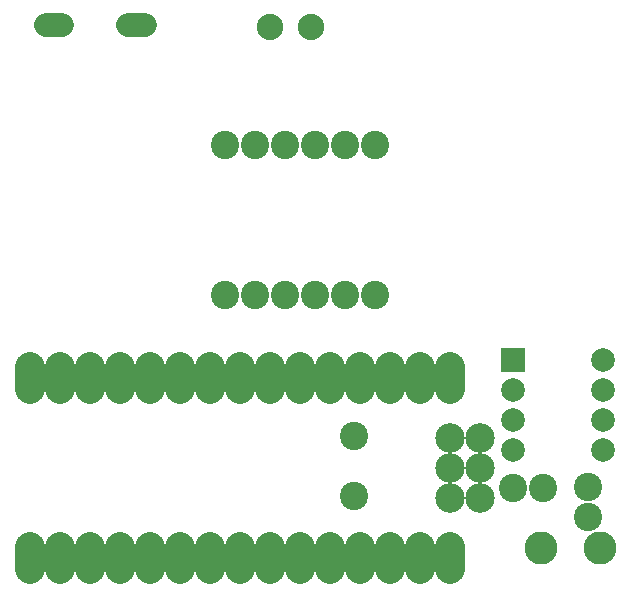
<source format=gbs>
%FSLAX34Y34*%
%MOMM*%
%LNSOLDERMASK_BOTTOM*%
G71*
G01*
%ADD10C, 2.50*%
%ADD11C, 2.50*%
%ADD12C, 2.40*%
%ADD13C, 2.00*%
%ADD14C, 2.40*%
%ADD15C, 2.24*%
%ADD16C, 2.80*%
%ADD17C, 2.00*%
%LPD*%
G54D10*
X549275Y480988D02*
X549275Y461988D01*
G54D10*
X574675Y480988D02*
X574675Y461988D01*
G54D10*
X600075Y480988D02*
X600075Y461988D01*
G54D10*
X625475Y480988D02*
X625475Y461988D01*
G54D10*
X650875Y480988D02*
X650875Y461988D01*
G54D10*
X676275Y480988D02*
X676275Y461988D01*
G54D10*
X701675Y480988D02*
X701675Y461988D01*
G54D10*
X727075Y480988D02*
X727075Y461988D01*
G54D10*
X752475Y480988D02*
X752475Y461988D01*
G54D10*
X777875Y480988D02*
X777875Y461988D01*
G54D10*
X803275Y480988D02*
X803275Y461988D01*
G54D10*
X828675Y480988D02*
X828675Y461988D01*
G54D10*
X854075Y480988D02*
X854075Y461988D01*
G54D10*
X879475Y480988D02*
X879475Y461988D01*
G54D10*
X904875Y480988D02*
X904875Y461988D01*
G54D10*
X549275Y633388D02*
X549275Y614388D01*
G54D10*
X574675Y633388D02*
X574675Y614388D01*
G54D10*
X600075Y633388D02*
X600075Y614388D01*
G54D10*
X625475Y633388D02*
X625475Y614388D01*
G54D10*
X650875Y633388D02*
X650875Y614388D01*
G54D10*
X676275Y633388D02*
X676275Y614388D01*
G54D10*
X701675Y633388D02*
X701675Y614388D01*
G54D10*
X727075Y633388D02*
X727075Y614388D01*
G54D10*
X752475Y633388D02*
X752475Y614388D01*
G54D10*
X777875Y633388D02*
X777875Y614388D01*
G54D10*
X803275Y633388D02*
X803275Y614388D01*
G54D10*
X828675Y633388D02*
X828675Y614388D01*
G54D10*
X854075Y633388D02*
X854075Y614388D01*
G54D10*
X879475Y633388D02*
X879475Y614388D01*
G54D10*
X904875Y633388D02*
X904875Y614388D01*
X930275Y573088D02*
G54D11*
D03*
X904875Y573087D02*
G54D11*
D03*
X930275Y547688D02*
G54D11*
D03*
X904875Y547688D02*
G54D11*
D03*
X930275Y522288D02*
G54D11*
D03*
X904875Y522288D02*
G54D11*
D03*
X714375Y820738D02*
G54D12*
D03*
X739775Y820738D02*
G54D12*
D03*
X765175Y820738D02*
G54D12*
D03*
X790575Y820738D02*
G54D12*
D03*
X815975Y820738D02*
G54D12*
D03*
X841375Y820738D02*
G54D12*
D03*
X714375Y693738D02*
G54D12*
D03*
X739775Y693738D02*
G54D12*
D03*
X765175Y693738D02*
G54D12*
D03*
X790575Y693738D02*
G54D12*
D03*
X815975Y693738D02*
G54D12*
D03*
X841375Y693738D02*
G54D12*
D03*
G36*
X968400Y648713D02*
X968400Y628713D01*
X948400Y628713D01*
X948400Y648713D01*
X968400Y648713D01*
G37*
X958400Y613313D02*
G54D13*
D03*
X958400Y587913D02*
G54D13*
D03*
X958400Y562513D02*
G54D13*
D03*
X1034600Y562513D02*
G54D13*
D03*
X1034600Y587913D02*
G54D13*
D03*
X1034600Y613313D02*
G54D13*
D03*
X1034600Y638713D02*
G54D13*
D03*
X983412Y530759D02*
G54D14*
D03*
X958012Y530759D02*
G54D14*
D03*
X1021664Y531660D02*
G54D14*
D03*
X1021664Y506260D02*
G54D14*
D03*
X752300Y920750D02*
G54D15*
D03*
X787400Y920750D02*
G54D15*
D03*
X1031875Y479425D02*
G54D16*
D03*
X982275Y479425D02*
G54D16*
D03*
X823913Y574675D02*
G54D14*
D03*
X823913Y523875D02*
G54D14*
D03*
G54D17*
X646729Y922232D02*
X632729Y922232D01*
G54D17*
X576879Y922232D02*
X562879Y922232D01*
M02*

</source>
